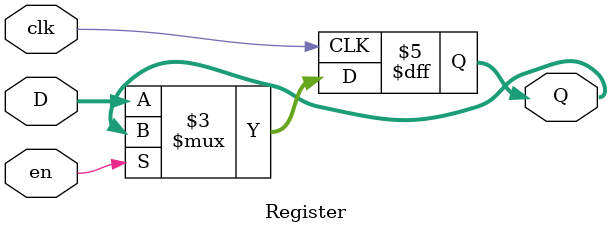
<source format=v>
`timescale 1ns / 1ps
module Register(
				input wire clk,	
				input wire en,
				input wire [31:0]D,
				output reg [31:0]Q
		 );


	//always@(posedge clk or negedge reset) begin

	always@(posedge clk or posedge en) 
	begin	
		if (en == 1'b1)
			Q <= Q;
		else
			Q <= D; 
	end

endmodule

</source>
